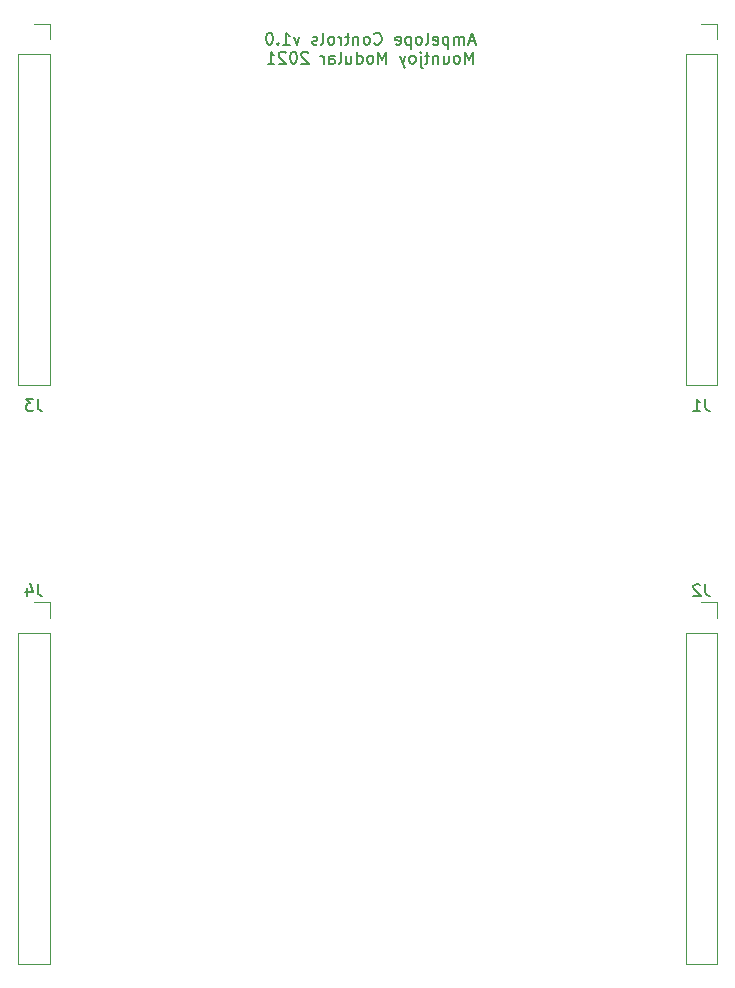
<source format=gbr>
%TF.GenerationSoftware,KiCad,Pcbnew,(5.99.0-12348-g4b436fb86d)*%
%TF.CreationDate,2021-09-23T15:10:33+01:00*%
%TF.ProjectId,Ampelope_Controls,416d7065-6c6f-4706-955f-436f6e74726f,rev?*%
%TF.SameCoordinates,Original*%
%TF.FileFunction,Legend,Bot*%
%TF.FilePolarity,Positive*%
%FSLAX46Y46*%
G04 Gerber Fmt 4.6, Leading zero omitted, Abs format (unit mm)*
G04 Created by KiCad (PCBNEW (5.99.0-12348-g4b436fb86d)) date 2021-09-23 15:10:33*
%MOMM*%
%LPD*%
G01*
G04 APERTURE LIST*
%ADD10C,0.150000*%
%ADD11C,0.120000*%
G04 APERTURE END LIST*
D10*
X139333333Y-52261666D02*
X138857142Y-52261666D01*
X139428571Y-52547380D02*
X139095238Y-51547380D01*
X138761904Y-52547380D01*
X138428571Y-52547380D02*
X138428571Y-51880714D01*
X138428571Y-51975952D02*
X138380952Y-51928333D01*
X138285714Y-51880714D01*
X138142857Y-51880714D01*
X138047619Y-51928333D01*
X138000000Y-52023571D01*
X138000000Y-52547380D01*
X138000000Y-52023571D02*
X137952380Y-51928333D01*
X137857142Y-51880714D01*
X137714285Y-51880714D01*
X137619047Y-51928333D01*
X137571428Y-52023571D01*
X137571428Y-52547380D01*
X137095238Y-51880714D02*
X137095238Y-52880714D01*
X137095238Y-51928333D02*
X137000000Y-51880714D01*
X136809523Y-51880714D01*
X136714285Y-51928333D01*
X136666666Y-51975952D01*
X136619047Y-52071190D01*
X136619047Y-52356904D01*
X136666666Y-52452142D01*
X136714285Y-52499761D01*
X136809523Y-52547380D01*
X137000000Y-52547380D01*
X137095238Y-52499761D01*
X135809523Y-52499761D02*
X135904761Y-52547380D01*
X136095238Y-52547380D01*
X136190476Y-52499761D01*
X136238095Y-52404523D01*
X136238095Y-52023571D01*
X136190476Y-51928333D01*
X136095238Y-51880714D01*
X135904761Y-51880714D01*
X135809523Y-51928333D01*
X135761904Y-52023571D01*
X135761904Y-52118809D01*
X136238095Y-52214047D01*
X135190476Y-52547380D02*
X135285714Y-52499761D01*
X135333333Y-52404523D01*
X135333333Y-51547380D01*
X134666666Y-52547380D02*
X134761904Y-52499761D01*
X134809523Y-52452142D01*
X134857142Y-52356904D01*
X134857142Y-52071190D01*
X134809523Y-51975952D01*
X134761904Y-51928333D01*
X134666666Y-51880714D01*
X134523809Y-51880714D01*
X134428571Y-51928333D01*
X134380952Y-51975952D01*
X134333333Y-52071190D01*
X134333333Y-52356904D01*
X134380952Y-52452142D01*
X134428571Y-52499761D01*
X134523809Y-52547380D01*
X134666666Y-52547380D01*
X133904761Y-51880714D02*
X133904761Y-52880714D01*
X133904761Y-51928333D02*
X133809523Y-51880714D01*
X133619047Y-51880714D01*
X133523809Y-51928333D01*
X133476190Y-51975952D01*
X133428571Y-52071190D01*
X133428571Y-52356904D01*
X133476190Y-52452142D01*
X133523809Y-52499761D01*
X133619047Y-52547380D01*
X133809523Y-52547380D01*
X133904761Y-52499761D01*
X132619047Y-52499761D02*
X132714285Y-52547380D01*
X132904761Y-52547380D01*
X133000000Y-52499761D01*
X133047619Y-52404523D01*
X133047619Y-52023571D01*
X133000000Y-51928333D01*
X132904761Y-51880714D01*
X132714285Y-51880714D01*
X132619047Y-51928333D01*
X132571428Y-52023571D01*
X132571428Y-52118809D01*
X133047619Y-52214047D01*
X130809523Y-52452142D02*
X130857142Y-52499761D01*
X131000000Y-52547380D01*
X131095238Y-52547380D01*
X131238095Y-52499761D01*
X131333333Y-52404523D01*
X131380952Y-52309285D01*
X131428571Y-52118809D01*
X131428571Y-51975952D01*
X131380952Y-51785476D01*
X131333333Y-51690238D01*
X131238095Y-51595000D01*
X131095238Y-51547380D01*
X131000000Y-51547380D01*
X130857142Y-51595000D01*
X130809523Y-51642619D01*
X130238095Y-52547380D02*
X130333333Y-52499761D01*
X130380952Y-52452142D01*
X130428571Y-52356904D01*
X130428571Y-52071190D01*
X130380952Y-51975952D01*
X130333333Y-51928333D01*
X130238095Y-51880714D01*
X130095238Y-51880714D01*
X130000000Y-51928333D01*
X129952380Y-51975952D01*
X129904761Y-52071190D01*
X129904761Y-52356904D01*
X129952380Y-52452142D01*
X130000000Y-52499761D01*
X130095238Y-52547380D01*
X130238095Y-52547380D01*
X129476190Y-51880714D02*
X129476190Y-52547380D01*
X129476190Y-51975952D02*
X129428571Y-51928333D01*
X129333333Y-51880714D01*
X129190476Y-51880714D01*
X129095238Y-51928333D01*
X129047619Y-52023571D01*
X129047619Y-52547380D01*
X128714285Y-51880714D02*
X128333333Y-51880714D01*
X128571428Y-51547380D02*
X128571428Y-52404523D01*
X128523809Y-52499761D01*
X128428571Y-52547380D01*
X128333333Y-52547380D01*
X128000000Y-52547380D02*
X128000000Y-51880714D01*
X128000000Y-52071190D02*
X127952380Y-51975952D01*
X127904761Y-51928333D01*
X127809523Y-51880714D01*
X127714285Y-51880714D01*
X127238095Y-52547380D02*
X127333333Y-52499761D01*
X127380952Y-52452142D01*
X127428571Y-52356904D01*
X127428571Y-52071190D01*
X127380952Y-51975952D01*
X127333333Y-51928333D01*
X127238095Y-51880714D01*
X127095238Y-51880714D01*
X127000000Y-51928333D01*
X126952380Y-51975952D01*
X126904761Y-52071190D01*
X126904761Y-52356904D01*
X126952380Y-52452142D01*
X127000000Y-52499761D01*
X127095238Y-52547380D01*
X127238095Y-52547380D01*
X126333333Y-52547380D02*
X126428571Y-52499761D01*
X126476190Y-52404523D01*
X126476190Y-51547380D01*
X126000000Y-52499761D02*
X125904761Y-52547380D01*
X125714285Y-52547380D01*
X125619047Y-52499761D01*
X125571428Y-52404523D01*
X125571428Y-52356904D01*
X125619047Y-52261666D01*
X125714285Y-52214047D01*
X125857142Y-52214047D01*
X125952380Y-52166428D01*
X126000000Y-52071190D01*
X126000000Y-52023571D01*
X125952380Y-51928333D01*
X125857142Y-51880714D01*
X125714285Y-51880714D01*
X125619047Y-51928333D01*
X124476190Y-51880714D02*
X124238095Y-52547380D01*
X124000000Y-51880714D01*
X123095238Y-52547380D02*
X123666666Y-52547380D01*
X123380952Y-52547380D02*
X123380952Y-51547380D01*
X123476190Y-51690238D01*
X123571428Y-51785476D01*
X123666666Y-51833095D01*
X122666666Y-52452142D02*
X122619047Y-52499761D01*
X122666666Y-52547380D01*
X122714285Y-52499761D01*
X122666666Y-52452142D01*
X122666666Y-52547380D01*
X122000000Y-51547380D02*
X121904761Y-51547380D01*
X121809523Y-51595000D01*
X121761904Y-51642619D01*
X121714285Y-51737857D01*
X121666666Y-51928333D01*
X121666666Y-52166428D01*
X121714285Y-52356904D01*
X121761904Y-52452142D01*
X121809523Y-52499761D01*
X121904761Y-52547380D01*
X122000000Y-52547380D01*
X122095238Y-52499761D01*
X122142857Y-52452142D01*
X122190476Y-52356904D01*
X122238095Y-52166428D01*
X122238095Y-51928333D01*
X122190476Y-51737857D01*
X122142857Y-51642619D01*
X122095238Y-51595000D01*
X122000000Y-51547380D01*
X139166666Y-54157380D02*
X139166666Y-53157380D01*
X138833333Y-53871666D01*
X138500000Y-53157380D01*
X138500000Y-54157380D01*
X137880952Y-54157380D02*
X137976190Y-54109761D01*
X138023809Y-54062142D01*
X138071428Y-53966904D01*
X138071428Y-53681190D01*
X138023809Y-53585952D01*
X137976190Y-53538333D01*
X137880952Y-53490714D01*
X137738095Y-53490714D01*
X137642857Y-53538333D01*
X137595238Y-53585952D01*
X137547619Y-53681190D01*
X137547619Y-53966904D01*
X137595238Y-54062142D01*
X137642857Y-54109761D01*
X137738095Y-54157380D01*
X137880952Y-54157380D01*
X136690476Y-53490714D02*
X136690476Y-54157380D01*
X137119047Y-53490714D02*
X137119047Y-54014523D01*
X137071428Y-54109761D01*
X136976190Y-54157380D01*
X136833333Y-54157380D01*
X136738095Y-54109761D01*
X136690476Y-54062142D01*
X136214285Y-53490714D02*
X136214285Y-54157380D01*
X136214285Y-53585952D02*
X136166666Y-53538333D01*
X136071428Y-53490714D01*
X135928571Y-53490714D01*
X135833333Y-53538333D01*
X135785714Y-53633571D01*
X135785714Y-54157380D01*
X135452380Y-53490714D02*
X135071428Y-53490714D01*
X135309523Y-53157380D02*
X135309523Y-54014523D01*
X135261904Y-54109761D01*
X135166666Y-54157380D01*
X135071428Y-54157380D01*
X134738095Y-53490714D02*
X134738095Y-54347857D01*
X134785714Y-54443095D01*
X134880952Y-54490714D01*
X134928571Y-54490714D01*
X134738095Y-53157380D02*
X134785714Y-53205000D01*
X134738095Y-53252619D01*
X134690476Y-53205000D01*
X134738095Y-53157380D01*
X134738095Y-53252619D01*
X134119047Y-54157380D02*
X134214285Y-54109761D01*
X134261904Y-54062142D01*
X134309523Y-53966904D01*
X134309523Y-53681190D01*
X134261904Y-53585952D01*
X134214285Y-53538333D01*
X134119047Y-53490714D01*
X133976190Y-53490714D01*
X133880952Y-53538333D01*
X133833333Y-53585952D01*
X133785714Y-53681190D01*
X133785714Y-53966904D01*
X133833333Y-54062142D01*
X133880952Y-54109761D01*
X133976190Y-54157380D01*
X134119047Y-54157380D01*
X133452380Y-53490714D02*
X133214285Y-54157380D01*
X132976190Y-53490714D02*
X133214285Y-54157380D01*
X133309523Y-54395476D01*
X133357142Y-54443095D01*
X133452380Y-54490714D01*
X131833333Y-54157380D02*
X131833333Y-53157380D01*
X131500000Y-53871666D01*
X131166666Y-53157380D01*
X131166666Y-54157380D01*
X130547619Y-54157380D02*
X130642857Y-54109761D01*
X130690476Y-54062142D01*
X130738095Y-53966904D01*
X130738095Y-53681190D01*
X130690476Y-53585952D01*
X130642857Y-53538333D01*
X130547619Y-53490714D01*
X130404761Y-53490714D01*
X130309523Y-53538333D01*
X130261904Y-53585952D01*
X130214285Y-53681190D01*
X130214285Y-53966904D01*
X130261904Y-54062142D01*
X130309523Y-54109761D01*
X130404761Y-54157380D01*
X130547619Y-54157380D01*
X129357142Y-54157380D02*
X129357142Y-53157380D01*
X129357142Y-54109761D02*
X129452380Y-54157380D01*
X129642857Y-54157380D01*
X129738095Y-54109761D01*
X129785714Y-54062142D01*
X129833333Y-53966904D01*
X129833333Y-53681190D01*
X129785714Y-53585952D01*
X129738095Y-53538333D01*
X129642857Y-53490714D01*
X129452380Y-53490714D01*
X129357142Y-53538333D01*
X128452380Y-53490714D02*
X128452380Y-54157380D01*
X128880952Y-53490714D02*
X128880952Y-54014523D01*
X128833333Y-54109761D01*
X128738095Y-54157380D01*
X128595238Y-54157380D01*
X128500000Y-54109761D01*
X128452380Y-54062142D01*
X127833333Y-54157380D02*
X127928571Y-54109761D01*
X127976190Y-54014523D01*
X127976190Y-53157380D01*
X127023809Y-54157380D02*
X127023809Y-53633571D01*
X127071428Y-53538333D01*
X127166666Y-53490714D01*
X127357142Y-53490714D01*
X127452380Y-53538333D01*
X127023809Y-54109761D02*
X127119047Y-54157380D01*
X127357142Y-54157380D01*
X127452380Y-54109761D01*
X127500000Y-54014523D01*
X127500000Y-53919285D01*
X127452380Y-53824047D01*
X127357142Y-53776428D01*
X127119047Y-53776428D01*
X127023809Y-53728809D01*
X126547619Y-54157380D02*
X126547619Y-53490714D01*
X126547619Y-53681190D02*
X126500000Y-53585952D01*
X126452380Y-53538333D01*
X126357142Y-53490714D01*
X126261904Y-53490714D01*
X125214285Y-53252619D02*
X125166666Y-53205000D01*
X125071428Y-53157380D01*
X124833333Y-53157380D01*
X124738095Y-53205000D01*
X124690476Y-53252619D01*
X124642857Y-53347857D01*
X124642857Y-53443095D01*
X124690476Y-53585952D01*
X125261904Y-54157380D01*
X124642857Y-54157380D01*
X124023809Y-53157380D02*
X123928571Y-53157380D01*
X123833333Y-53205000D01*
X123785714Y-53252619D01*
X123738095Y-53347857D01*
X123690476Y-53538333D01*
X123690476Y-53776428D01*
X123738095Y-53966904D01*
X123785714Y-54062142D01*
X123833333Y-54109761D01*
X123928571Y-54157380D01*
X124023809Y-54157380D01*
X124119047Y-54109761D01*
X124166666Y-54062142D01*
X124214285Y-53966904D01*
X124261904Y-53776428D01*
X124261904Y-53538333D01*
X124214285Y-53347857D01*
X124166666Y-53252619D01*
X124119047Y-53205000D01*
X124023809Y-53157380D01*
X123309523Y-53252619D02*
X123261904Y-53205000D01*
X123166666Y-53157380D01*
X122928571Y-53157380D01*
X122833333Y-53205000D01*
X122785714Y-53252619D01*
X122738095Y-53347857D01*
X122738095Y-53443095D01*
X122785714Y-53585952D01*
X123357142Y-54157380D01*
X122738095Y-54157380D01*
X121785714Y-54157380D02*
X122357142Y-54157380D01*
X122071428Y-54157380D02*
X122071428Y-53157380D01*
X122166666Y-53300238D01*
X122261904Y-53395476D01*
X122357142Y-53443095D01*
X158833333Y-98222380D02*
X158833333Y-98936666D01*
X158880952Y-99079523D01*
X158976190Y-99174761D01*
X159119047Y-99222380D01*
X159214285Y-99222380D01*
X158404761Y-98317619D02*
X158357142Y-98270000D01*
X158261904Y-98222380D01*
X158023809Y-98222380D01*
X157928571Y-98270000D01*
X157880952Y-98317619D01*
X157833333Y-98412857D01*
X157833333Y-98508095D01*
X157880952Y-98650952D01*
X158452380Y-99222380D01*
X157833333Y-99222380D01*
X102333333Y-98222380D02*
X102333333Y-98936666D01*
X102380952Y-99079523D01*
X102476190Y-99174761D01*
X102619047Y-99222380D01*
X102714285Y-99222380D01*
X101428571Y-98555714D02*
X101428571Y-99222380D01*
X101666666Y-98174761D02*
X101904761Y-98889047D01*
X101285714Y-98889047D01*
X158833333Y-82552380D02*
X158833333Y-83266666D01*
X158880952Y-83409523D01*
X158976190Y-83504761D01*
X159119047Y-83552380D01*
X159214285Y-83552380D01*
X157833333Y-83552380D02*
X158404761Y-83552380D01*
X158119047Y-83552380D02*
X158119047Y-82552380D01*
X158214285Y-82695238D01*
X158309523Y-82790476D01*
X158404761Y-82838095D01*
X102333333Y-82552380D02*
X102333333Y-83266666D01*
X102380952Y-83409523D01*
X102476190Y-83504761D01*
X102619047Y-83552380D01*
X102714285Y-83552380D01*
X101952380Y-82552380D02*
X101333333Y-82552380D01*
X101666666Y-82933333D01*
X101523809Y-82933333D01*
X101428571Y-82980952D01*
X101380952Y-83028571D01*
X101333333Y-83123809D01*
X101333333Y-83361904D01*
X101380952Y-83457142D01*
X101428571Y-83504761D01*
X101523809Y-83552380D01*
X101809523Y-83552380D01*
X101904761Y-83504761D01*
X101952380Y-83457142D01*
D11*
X159830000Y-101100000D02*
X159830000Y-99770000D01*
X159830000Y-102370000D02*
X157170000Y-102370000D01*
X157170000Y-102370000D02*
X157170000Y-130370000D01*
X159830000Y-99770000D02*
X158500000Y-99770000D01*
X159830000Y-130370000D02*
X157170000Y-130370000D01*
X159830000Y-102370000D02*
X159830000Y-130370000D01*
X100670000Y-102370000D02*
X100670000Y-130370000D01*
X103330000Y-102370000D02*
X103330000Y-130370000D01*
X103330000Y-130370000D02*
X100670000Y-130370000D01*
X103330000Y-99770000D02*
X102000000Y-99770000D01*
X103330000Y-102370000D02*
X100670000Y-102370000D01*
X103330000Y-101100000D02*
X103330000Y-99770000D01*
X159830000Y-53370000D02*
X159830000Y-81370000D01*
X159830000Y-53370000D02*
X157170000Y-53370000D01*
X159830000Y-50770000D02*
X158500000Y-50770000D01*
X159830000Y-52100000D02*
X159830000Y-50770000D01*
X157170000Y-53370000D02*
X157170000Y-81370000D01*
X159830000Y-81370000D02*
X157170000Y-81370000D01*
X103330000Y-53370000D02*
X100670000Y-53370000D01*
X103330000Y-50770000D02*
X102000000Y-50770000D01*
X103330000Y-52100000D02*
X103330000Y-50770000D01*
X103330000Y-81370000D02*
X100670000Y-81370000D01*
X103330000Y-53370000D02*
X103330000Y-81370000D01*
X100670000Y-53370000D02*
X100670000Y-81370000D01*
M02*

</source>
